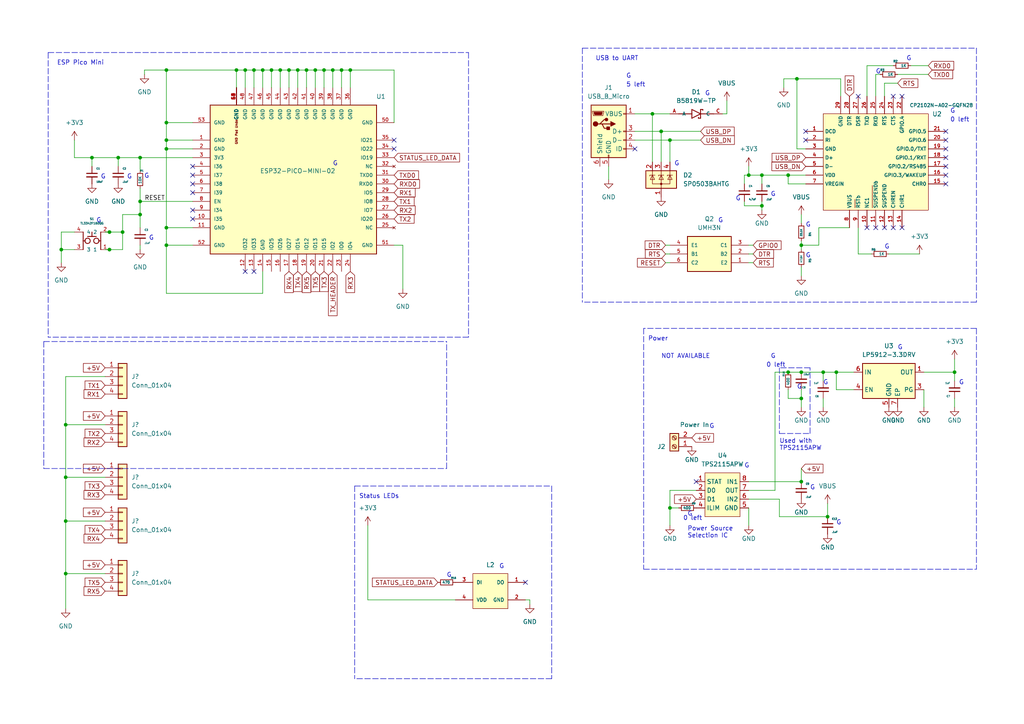
<source format=kicad_sch>
(kicad_sch (version 20211123) (generator eeschema)
  (paper "A4")
  (title_block (title "Kill Switch - Remote") (date "2023-04-12") (rev "1.1") (company "Created by: Greg Hulette") (comment 1 "- LoRa to WiFi Bridge") (comment 2 "- Buttons for Master Relay"))
  (junction (at 220.98 59.69))
  (junction (at 76.2 20.32))
  (junction (at 232.41 139.7))
  (junction (at 88.9 20.32))
  (junction (at 232.41 115.57))
  (junction (at 240.03 149.86))
  (junction (at 48.26 20.32))
  (junction (at 99.06 20.32))
  (junction (at 19.05 151.13))
  (junction (at 228.6 107.95))
  (junction (at 232.41 71.12))
  (junction (at 228.6 50.8))
  (junction (at 48.26 43.18))
  (junction (at 34.29 45.72))
  (junction (at 93.98 20.32))
  (junction (at 17.78 72.39))
  (junction (at 83.82 20.32))
  (junction (at 48.26 71.12))
  (junction (at 19.05 123.19))
  (junction (at 48.26 40.64))
  (junction (at 68.58 20.32))
  (junction (at 231.14 22.86))
  (junction (at 189.23 33.02))
  (junction (at 71.12 20.32))
  (junction (at 101.6 20.32))
  (junction (at 78.74 20.32))
  (junction (at 48.26 66.04))
  (junction (at 40.64 45.72))
  (junction (at 35.56 67.31))
  (junction (at 40.64 58.42))
  (junction (at 194.31 40.64))
  (junction (at 86.36 20.32))
  (junction (at 217.17 50.8))
  (junction (at 238.76 107.95))
  (junction (at 40.64 62.23))
  (junction (at 73.66 20.32))
  (junction (at 220.98 50.8))
  (junction (at 242.57 107.95))
  (junction (at 91.44 20.32))
  (junction (at 191.77 38.1))
  (junction (at 276.86 107.95))
  (junction (at 81.28 20.32))
  (junction (at 31.75 72.39))
  (junction (at 26.67 45.72))
  (junction (at 19.05 166.37))
  (junction (at 48.26 35.56))
  (junction (at 31.75 67.31))
  (junction (at 194.31 147.32))
  (junction (at 232.41 107.95))
  (junction (at 19.05 138.43))
  (junction (at 96.52 20.32))
  (no_connect (at 259.08 27.94))
  (no_connect (at 152.4 168.91))
  (no_connect (at 201.93 139.7))
  (no_connect (at 55.88 55.88))
  (no_connect (at 55.88 60.96))
  (no_connect (at 55.88 48.26))
  (no_connect (at 55.88 50.8))
  (no_connect (at 55.88 53.34))
  (no_connect (at 71.12 78.74))
  (no_connect (at 55.88 63.5))
  (no_connect (at 114.3 40.64))
  (no_connect (at 73.66 78.74))
  (no_connect (at 114.3 43.18))
  (no_connect (at 248.92 27.94))
  (no_connect (at 233.68 38.1))
  (no_connect (at 233.68 40.64))
  (no_connect (at 261.62 27.94))
  (no_connect (at 256.54 66.04))
  (no_connect (at 254 66.04))
  (no_connect (at 251.46 66.04))
  (no_connect (at 274.32 53.34))
  (no_connect (at 274.32 38.1))
  (no_connect (at 274.32 40.64))
  (no_connect (at 274.32 43.18))
  (no_connect (at 274.32 45.72))
  (no_connect (at 274.32 48.26))
  (no_connect (at 274.32 50.8))
  (no_connect (at 261.62 66.04))
  (no_connect (at 259.08 66.04))
  (no_connect (at 184.15 43.18))
  (polyline (pts (xy 135.89 15.24) (xy 135.89 97.79)))
  (polyline (pts (xy 102.87 140.97) (xy 160.02 140.97)))
  (polyline (pts (xy 226.06 106.68) (xy 226.06 125.73)))
  (wire (pts (xy 193.04 76.2) (xy 194.31 76.2)))
  (wire (pts (xy 228.6 115.57) (xy 232.41 115.57)))
  (wire (pts (xy 238.76 107.95) (xy 242.57 107.95)))
  (wire (pts (xy 40.64 45.72) (xy 34.29 45.72)))
  (wire (pts (xy 55.88 71.12) (xy 48.26 71.12)))
  (wire (pts (xy 215.9 58.42) (xy 215.9 59.69)))
  (wire (pts (xy 254 27.94) (xy 254 21.59)))
  (wire (pts (xy 232.41 135.89) (xy 232.41 139.7)))
  (wire (pts (xy 256.54 27.94) (xy 256.54 24.13)))
  (wire (pts (xy 224.79 107.95) (xy 228.6 107.95)))
  (wire (pts (xy 217.17 152.4) (xy 217.17 147.32)))
  (wire (pts (xy 48.26 66.04) (xy 55.88 66.04)))
  (wire (pts (xy 71.12 20.32) (xy 71.12 25.4)))
  (polyline (pts (xy 12.7 99.06) (xy 129.54 99.06)))
  (polyline (pts (xy 168.91 13.97) (xy 283.21 13.97)))
  (wire (pts (xy 220.98 53.34) (xy 220.98 50.8)))
  (wire (pts (xy 93.98 20.32) (xy 96.52 20.32)))
  (wire (pts (xy 17.78 67.31) (xy 17.78 72.39)))
  (wire (pts (xy 218.44 73.66) (xy 217.17 73.66)))
  (wire (pts (xy 40.64 58.42) (xy 40.64 62.23)))
  (wire (pts (xy 232.41 77.47) (xy 232.41 80.01)))
  (wire (pts (xy 237.49 66.04) (xy 237.49 71.12)))
  (wire (pts (xy 209.55 33.02) (xy 210.82 33.02)))
  (wire (pts (xy 48.26 71.12) (xy 48.26 66.04)))
  (wire (pts (xy 48.26 43.18) (xy 48.26 40.64)))
  (wire (pts (xy 86.36 20.32) (xy 86.36 25.4)))
  (wire (pts (xy 48.26 20.32) (xy 48.26 35.56)))
  (wire (pts (xy 240.03 146.05) (xy 240.03 149.86)))
  (wire (pts (xy 194.31 147.32) (xy 194.31 152.4)))
  (wire (pts (xy 194.31 73.66) (xy 193.04 73.66)))
  (wire (pts (xy 189.23 33.02) (xy 189.23 46.99)))
  (polyline (pts (xy 283.21 95.25) (xy 283.21 165.1)))
  (wire (pts (xy 91.44 20.32) (xy 91.44 25.4)))
  (polyline (pts (xy 12.7 135.89) (xy 129.54 135.89)))
  (wire (pts (xy 88.9 20.32) (xy 91.44 20.32)))
  (wire (pts (xy 40.64 45.72) (xy 40.64 49.53)))
  (polyline (pts (xy 283.21 87.63) (xy 168.91 87.63)))
  (wire (pts (xy 19.05 151.13) (xy 19.05 166.37)))
  (wire (pts (xy 217.17 142.24) (xy 224.79 142.24)))
  (wire (pts (xy 48.26 40.64) (xy 55.88 40.64)))
  (wire (pts (xy 35.56 62.23) (xy 35.56 67.31)))
  (polyline (pts (xy 135.89 97.79) (xy 13.97 97.79)))
  (wire (pts (xy 228.6 50.8) (xy 220.98 50.8)))
  (wire (pts (xy 21.59 40.64) (xy 21.59 45.72)))
  (wire (pts (xy 201.93 142.24) (xy 194.31 142.24)))
  (wire (pts (xy 215.9 59.69) (xy 220.98 59.69)))
  (wire (pts (xy 30.48 138.43) (xy 19.05 138.43)))
  (wire (pts (xy 30.48 72.39) (xy 31.75 72.39)))
  (wire (pts (xy 19.05 138.43) (xy 19.05 151.13)))
  (wire (pts (xy 276.86 118.11) (xy 276.86 115.57)))
  (polyline (pts (xy 186.69 95.25) (xy 186.69 165.1)))
  (wire (pts (xy 264.16 19.05) (xy 269.24 19.05)))
  (wire (pts (xy 220.98 58.42) (xy 220.98 59.69)))
  (wire (pts (xy 232.41 71.12) (xy 232.41 72.39)))
  (wire (pts (xy 55.88 45.72) (xy 40.64 45.72)))
  (wire (pts (xy 86.36 20.32) (xy 88.9 20.32)))
  (wire (pts (xy 26.67 45.72) (xy 21.59 45.72)))
  (wire (pts (xy 17.78 72.39) (xy 21.59 72.39)))
  (wire (pts (xy 73.66 20.32) (xy 76.2 20.32)))
  (wire (pts (xy 153.67 173.99) (xy 152.4 173.99)))
  (polyline (pts (xy 168.91 13.97) (xy 168.91 87.63)))
  (wire (pts (xy 83.82 20.32) (xy 86.36 20.32)))
  (wire (pts (xy 48.26 20.32) (xy 68.58 20.32)))
  (wire (pts (xy 176.53 48.26) (xy 176.53 52.07)))
  (wire (pts (xy 71.12 20.32) (xy 73.66 20.32)))
  (wire (pts (xy 40.64 71.12) (xy 40.64 72.39)))
  (wire (pts (xy 233.68 50.8) (xy 228.6 50.8)))
  (wire (pts (xy 30.48 151.13) (xy 19.05 151.13)))
  (wire (pts (xy 247.65 113.03) (xy 242.57 113.03)))
  (wire (pts (xy 220.98 59.69) (xy 220.98 60.96)))
  (wire (pts (xy 184.15 40.64) (xy 194.31 40.64)))
  (wire (pts (xy 227.33 22.86) (xy 227.33 25.4)))
  (wire (pts (xy 40.64 54.61) (xy 40.64 58.42)))
  (wire (pts (xy 81.28 20.32) (xy 83.82 20.32)))
  (wire (pts (xy 238.76 110.49) (xy 238.76 107.95)))
  (wire (pts (xy 194.31 147.32) (xy 196.85 147.32)))
  (wire (pts (xy 19.05 123.19) (xy 19.05 138.43)))
  (wire (pts (xy 237.49 71.12) (xy 232.41 71.12)))
  (wire (pts (xy 267.97 107.95) (xy 276.86 107.95)))
  (wire (pts (xy 101.6 25.4) (xy 101.6 20.32)))
  (wire (pts (xy 76.2 78.74) (xy 76.2 85.09)))
  (wire (pts (xy 194.31 40.64) (xy 194.31 46.99)))
  (wire (pts (xy 17.78 72.39) (xy 17.78 76.2)))
  (wire (pts (xy 210.82 29.21) (xy 210.82 33.02)))
  (wire (pts (xy 76.2 25.4) (xy 76.2 20.32)))
  (wire (pts (xy 30.48 123.19) (xy 19.05 123.19)))
  (wire (pts (xy 26.67 45.72) (xy 26.67 48.26)))
  (wire (pts (xy 217.17 76.2) (xy 218.44 76.2)))
  (wire (pts (xy 231.14 22.86) (xy 227.33 22.86)))
  (wire (pts (xy 96.52 20.32) (xy 96.52 25.4)))
  (wire (pts (xy 226.06 144.78) (xy 226.06 149.86)))
  (wire (pts (xy 106.68 173.99) (xy 132.08 173.99)))
  (wire (pts (xy 194.31 142.24) (xy 194.31 147.32)))
  (wire (pts (xy 30.48 166.37) (xy 19.05 166.37)))
  (wire (pts (xy 68.58 20.32) (xy 68.58 25.4)))
  (wire (pts (xy 232.41 107.95) (xy 238.76 107.95)))
  (wire (pts (xy 228.6 107.95) (xy 232.41 107.95)))
  (wire (pts (xy 41.91 20.32) (xy 48.26 20.32)))
  (polyline (pts (xy 226.06 125.73) (xy 234.95 125.73)))
  (wire (pts (xy 242.57 107.95) (xy 247.65 107.95)))
  (wire (pts (xy 233.68 53.34) (xy 228.6 53.34)))
  (wire (pts (xy 224.79 107.95) (xy 224.79 142.24)))
  (wire (pts (xy 48.26 85.09) (xy 48.26 71.12)))
  (wire (pts (xy 276.86 104.14) (xy 276.86 107.95)))
  (wire (pts (xy 34.29 45.72) (xy 34.29 48.26)))
  (polyline (pts (xy 160.02 140.97) (xy 160.02 196.85)))
  (wire (pts (xy 184.15 33.02) (xy 189.23 33.02)))
  (wire (pts (xy 232.41 139.7) (xy 217.17 139.7)))
  (wire (pts (xy 99.06 20.32) (xy 101.6 20.32)))
  (wire (pts (xy 114.3 20.32) (xy 101.6 20.32)))
  (wire (pts (xy 78.74 20.32) (xy 78.74 25.4)))
  (wire (pts (xy 35.56 62.23) (xy 40.64 62.23)))
  (polyline (pts (xy 102.87 140.97) (xy 102.87 196.85)))
  (wire (pts (xy 96.52 20.32) (xy 99.06 20.32)))
  (wire (pts (xy 226.06 149.86) (xy 240.03 149.86)))
  (wire (pts (xy 116.84 71.12) (xy 116.84 83.82)))
  (wire (pts (xy 191.77 38.1) (xy 191.77 46.99)))
  (polyline (pts (xy 129.54 135.89) (xy 129.54 99.06)))
  (wire (pts (xy 233.68 43.18) (xy 231.14 43.18)))
  (polyline (pts (xy 186.69 165.1) (xy 283.21 165.1)))
  (wire (pts (xy 153.67 175.26) (xy 153.67 173.99)))
  (wire (pts (xy 19.05 109.22) (xy 19.05 123.19)))
  (wire (pts (xy 81.28 20.32) (xy 81.28 25.4)))
  (wire (pts (xy 248.92 73.66) (xy 252.73 73.66)))
  (wire (pts (xy 35.56 67.31) (xy 35.56 72.39)))
  (wire (pts (xy 41.91 20.32) (xy 41.91 21.59)))
  (wire (pts (xy 251.46 27.94) (xy 251.46 19.05)))
  (wire (pts (xy 88.9 20.32) (xy 88.9 25.4)))
  (wire (pts (xy 232.41 62.23) (xy 232.41 64.77)))
  (wire (pts (xy 254 21.59) (xy 255.27 21.59)))
  (wire (pts (xy 232.41 113.03) (xy 232.41 115.57)))
  (wire (pts (xy 93.98 20.32) (xy 93.98 25.4)))
  (wire (pts (xy 31.75 67.31) (xy 35.56 67.31)))
  (wire (pts (xy 248.92 66.04) (xy 248.92 73.66)))
  (wire (pts (xy 217.17 48.26) (xy 217.17 50.8)))
  (wire (pts (xy 83.82 20.32) (xy 83.82 25.4)))
  (wire (pts (xy 40.64 58.42) (xy 55.88 58.42)))
  (wire (pts (xy 106.68 152.4) (xy 106.68 173.99)))
  (wire (pts (xy 30.48 67.31) (xy 31.75 67.31)))
  (wire (pts (xy 17.78 67.31) (xy 21.59 67.31)))
  (polyline (pts (xy 283.21 13.97) (xy 283.21 87.63)))
  (wire (pts (xy 243.84 27.94) (xy 243.84 22.86)))
  (wire (pts (xy 232.41 69.85) (xy 232.41 71.12)))
  (wire (pts (xy 215.9 50.8) (xy 217.17 50.8)))
  (wire (pts (xy 48.26 43.18) (xy 55.88 43.18)))
  (polyline (pts (xy 12.7 99.06) (xy 12.7 135.89)))
  (wire (pts (xy 91.44 20.32) (xy 93.98 20.32)))
  (wire (pts (xy 217.17 50.8) (xy 220.98 50.8)))
  (wire (pts (xy 73.66 20.32) (xy 73.66 25.4)))
  (wire (pts (xy 114.3 35.56) (xy 114.3 20.32)))
  (polyline (pts (xy 234.95 106.68) (xy 226.06 106.68)))
  (wire (pts (xy 257.81 73.66) (xy 266.7 73.66)))
  (wire (pts (xy 232.41 115.57) (xy 232.41 118.11)))
  (wire (pts (xy 217.17 144.78) (xy 226.06 144.78)))
  (polyline (pts (xy 283.21 95.25) (xy 186.69 95.25)))
  (wire (pts (xy 40.64 62.23) (xy 40.64 66.04)))
  (wire (pts (xy 55.88 35.56) (xy 48.26 35.56)))
  (wire (pts (xy 189.23 33.02) (xy 194.31 33.02)))
  (wire (pts (xy 184.15 38.1) (xy 191.77 38.1)))
  (wire (pts (xy 30.48 109.22) (xy 19.05 109.22)))
  (wire (pts (xy 78.74 20.32) (xy 81.28 20.32)))
  (wire (pts (xy 48.26 35.56) (xy 48.26 40.64)))
  (polyline (pts (xy 160.02 196.85) (xy 102.87 196.85)))
  (wire (pts (xy 215.9 53.34) (xy 215.9 50.8)))
  (wire (pts (xy 34.29 45.72) (xy 26.67 45.72)))
  (wire (pts (xy 260.35 21.59) (xy 269.24 21.59)))
  (wire (pts (xy 191.77 38.1) (xy 203.2 38.1)))
  (wire (pts (xy 48.26 66.04) (xy 48.26 43.18)))
  (wire (pts (xy 231.14 43.18) (xy 231.14 22.86)))
  (polyline (pts (xy 234.95 125.73) (xy 234.95 106.68)))
  (wire (pts (xy 76.2 20.32) (xy 78.74 20.32)))
  (wire (pts (xy 76.2 85.09) (xy 48.26 85.09)))
  (wire (pts (xy 276.86 110.49) (xy 276.86 107.95)))
  (wire (pts (xy 256.54 24.13) (xy 260.35 24.13)))
  (wire (pts (xy 217.17 71.12) (xy 218.44 71.12)))
  (wire (pts (xy 242.57 113.03) (xy 242.57 107.95)))
  (wire (pts (xy 193.04 71.12) (xy 194.31 71.12)))
  (polyline (pts (xy 13.97 15.24) (xy 135.89 15.24)))
  (wire (pts (xy 228.6 53.34) (xy 228.6 50.8)))
  (wire (pts (xy 237.49 66.04) (xy 246.38 66.04)))
  (wire (pts (xy 238.76 115.57) (xy 238.76 118.11)))
  (wire (pts (xy 31.75 72.39) (xy 35.56 72.39)))
  (wire (pts (xy 251.46 19.05) (xy 259.08 19.05)))
  (wire (pts (xy 68.58 20.32) (xy 71.12 20.32)))
  (wire (pts (xy 243.84 22.86) (xy 231.14 22.86)))
  (wire (pts (xy 194.31 40.64) (xy 203.2 40.64)))
  (wire (pts (xy 267.97 118.11) (xy 267.97 113.03)))
  (wire (pts (xy 99.06 20.32) (xy 99.06 25.4)))
  (wire (pts (xy 114.3 71.12) (xy 116.84 71.12)))
  (wire (pts (xy 19.05 166.37) (xy 19.05 176.53)))
  (polyline (pts (xy 13.97 15.24) (xy 13.97 97.79)))
  (wire (pts (xy 228.6 113.03) (xy 228.6 115.57)))
  (text "G" (at 215.9 135.89 0) (effects (font (size 1.27 1.27)) (justify left bottom)))
  (text "G" (at 254 21.59 0) (effects (font (size 1.27 1.27)) (justify left bottom)))
  (text "0 left" (at 275.59 35.56 0) (effects (font (size 1.27 1.27)) (justify left bottom)))
  (text "Power" (at 187.96 99.06 0) (effects (font (size 1.27 1.27)) (justify left bottom)))
  (text "G" (at 96.52 48.26 0) (effects (font (size 1.27 1.27)) (justify left bottom)))
  (text "G" (at 43.18 69.85 0) (effects (font (size 1.27 1.27)) (justify left bottom)))
  (text "G" (at 41.8215 51.8785 0) (effects (font (size 1.27 1.27)) (justify left bottom)))
  (text "G" (at 205.74 124.46 0) (effects (font (size 1.27 1.27)) (justify left bottom)))
  (text "G" (at 233.68 66.04 0) (effects (font (size 1.27 1.27)) (justify left bottom)))
  (text "G" (at 36.83 52.07 0) (effects (font (size 1.27 1.27)) (justify left bottom)))
  (text "G" (at 223.52 57.15 0) (effects (font (size 1.27 1.27)) (justify left bottom)))
  (text "G" (at 223.52 104.14 0) (effects (font (size 1.27 1.27)) (justify left bottom)))
  (text "G" (at 199.39 149.86 0) (effects (font (size 1.27 1.27)) (justify left bottom)))
  (text "G" (at 242.57 152.4 0) (effects (font (size 1.27 1.27)) (justify left bottom)))
  (text "G" (at 256.54 72.39 0) (effects (font (size 1.27 1.27)) (justify left bottom)))
  (text "ESP Pico Mini" (at 16.51 19.05 0) (effects (font (size 1.27 1.27)) (justify left bottom)))
  (text "G" (at 231.14 113.03 0) (effects (font (size 1.27 1.27)) (justify left bottom)))
  (text "G" (at 208.28 64.77 0) (effects (font (size 1.27 1.27)) (justify left bottom)))
  (text "G" (at 234.95 142.24 0) (effects (font (size 1.27 1.27)) (justify left bottom)))
  (text "NOT AVAILABLE" (at 191.77 104.14 0) (effects (font (size 1.27 1.27)) (justify left bottom)))
  (text "G" (at 262.89 17.78 0) (effects (font (size 1.27 1.27)) (justify left bottom)))
  (text "G" (at 27.94 64.77 0) (effects (font (size 1.27 1.27)) (justify left bottom)))
  (text "G" (at 181.61 22.86 0) (effects (font (size 1.27 1.27)) (justify left bottom)))
  (text "G" (at 204.47 27.94 0) (effects (font (size 1.27 1.27)) (justify left bottom)))
  (text "G" (at 213.36 58.42 0) (effects (font (size 1.27 1.27)) (justify left bottom)))
  (text "0 left" (at 198.12 151.13 0) (effects (font (size 1.27 1.27)) (justify left bottom)))
  (text "5 left" (at 181.61 25.4 0) (effects (font (size 1.27 1.27)) (justify left bottom)))
  (text "G" (at 233.68 74.93 0) (effects (font (size 1.27 1.27)) (justify left bottom)))
  (text "G" (at 29.21 52.07 0) (effects (font (size 1.27 1.27)) (justify left bottom)))
  (text "G" (at 144.78 165.1 0) (effects (font (size 1.27 1.27)) (justify left bottom)))
  (text "G" (at 238.76 111.76 0) (effects (font (size 1.27 1.27)) (justify left bottom)))
  (text "Power Source \nSelection IC" (at 199.39 156.21 0) (effects (font (size 1.27 1.27)) (justify left bottom)))
  (text "Status LEDs" (at 104.14 144.78 0) (effects (font (size 1.27 1.27)) (justify left bottom)))
  (text "Used with \nTPS2115APW" (at 226.06 130.81 0) (effects (font (size 1.27 1.27)) (justify left bottom)))
  (text "G" (at 129.54 167.64 0) (effects (font (size 1.27 1.27)) (justify left bottom)))
  (text "G" (at 195.58 48.26 0) (effects (font (size 1.27 1.27)) (justify left bottom)))
  (text "USB to UART" (at 172.72 17.78 0) (effects (font (size 1.27 1.27)) (justify left bottom)))
  (text "G" (at 278.13 111.76 0) (effects (font (size 1.27 1.27)) (justify left bottom)))
  (text "0 left" (at 222.25 106.68 0) (effects (font (size 1.27 1.27)) (justify left bottom)))
  (text "G" (at 260.35 101.6 0) (effects (font (size 1.27 1.27)) (justify left bottom)))
  (text "G" (at 275.59 33.02 0) (effects (font (size 1.27 1.27)) (justify left bottom)))
  (label "RESET" (at 41.91 58.42 0))
  (global_label "+5V" (shape input) (at 201.93 144.78 180) (property "Intersheet References" "${INTERSHEET_REFS}" (effects hide)))
  (global_label "RX5" (shape input) (at 30.48 171.45 180) (property "Intersheet References" "${INTERSHEET_REFS}" (effects hide)))
  (global_label "TXD0" (shape input) (at 114.3 50.8 0) (property "Intersheet References" "${INTERSHEET_REFS}" (effects hide)))
  (global_label "TXD0" (shape input) (at 269.24 21.59 0) (property "Intersheet References" "${INTERSHEET_REFS}" (effects hide)))
  (global_label "TX2" (shape input) (at 114.3 63.5 0) (property "Intersheet References" "${INTERSHEET_REFS}" (effects hide)))
  (global_label "+5V" (shape input) (at 232.41 135.89 0) (property "Intersheet References" "${INTERSHEET_REFS}" (effects hide)))
  (global_label "GPIO0" (shape input) (at 218.44 71.12 0) (property "Intersheet References" "${INTERSHEET_REFS}" (effects hide)))
  (global_label "TX1" (shape input) (at 30.48 111.76 180) (property "Intersheet References" "${INTERSHEET_REFS}" (effects hide)))
  (global_label "RX1" (shape input) (at 30.48 114.3 180) (property "Intersheet References" "${INTERSHEET_REFS}" (effects hide)))
  (global_label "TX2" (shape input) (at 30.48 125.73 180) (property "Intersheet References" "${INTERSHEET_REFS}" (effects hide)))
  (global_label "RX4" (shape input) (at 30.48 156.21 180) (property "Intersheet References" "${INTERSHEET_REFS}" (effects hide)))
  (global_label "+5V" (shape input) (at 30.48 120.65 180) (property "Intersheet References" "${INTERSHEET_REFS}" (effects hide)))
  (global_label "+5V" (shape input) (at 30.48 135.89 180) (property "Intersheet References" "${INTERSHEET_REFS}" (effects hide)))
  (global_label "RTS" (shape input) (at 218.44 76.2 0) (property "Intersheet References" "${INTERSHEET_REFS}" (effects hide)))
  (global_label "DTR" (shape input) (at 193.04 71.12 180) (property "Intersheet References" "${INTERSHEET_REFS}" (effects hide)))
  (global_label "USB_DP" (shape input) (at 203.2 38.1 0) (property "Intersheet References" "${INTERSHEET_REFS}" (effects hide)))
  (global_label "TX1" (shape input) (at 114.3 58.42 0) (property "Intersheet References" "${INTERSHEET_REFS}" (effects hide)))
  (global_label "USB_DN" (shape input) (at 233.68 48.26 180) (property "Intersheet References" "${INTERSHEET_REFS}" (effects hide)))
  (global_label "USB_DN" (shape input) (at 203.2 40.64 0) (property "Intersheet References" "${INTERSHEET_REFS}" (effects hide)))
  (global_label "STATUS_LED_DATA" (shape input) (at 127 168.91 180) (property "Intersheet References" "${INTERSHEET_REFS}" (effects hide)))
  (global_label "RX3" (shape input) (at 30.48 143.51 180) (property "Intersheet References" "${INTERSHEET_REFS}" (effects hide)))
  (global_label "TX3" (shape input) (at 30.48 140.97 180) (property "Intersheet References" "${INTERSHEET_REFS}" (effects hide)))
  (global_label "RTS" (shape input) (at 193.04 73.66 180) (property "Intersheet References" "${INTERSHEET_REFS}" (effects hide)))
  (global_label "RXD0" (shape input) (at 114.3 53.34 0) (property "Intersheet References" "${INTERSHEET_REFS}" (effects hide)))
  (global_label "DTR" (shape input) (at 218.44 73.66 0) (property "Intersheet References" "${INTERSHEET_REFS}" (effects hide)))
  (global_label "+5V" (shape input) (at 30.48 106.68 180) (property "Intersheet References" "${INTERSHEET_REFS}" (effects hide)))
  (global_label "TX4" (shape input) (at 86.36 78.74 270) (property "Intersheet References" "${INTERSHEET_REFS}" (effects hide)))
  (global_label "STATUS_LED_DATA" (shape input) (at 114.3 45.72 0) (property "Intersheet References" "${INTERSHEET_REFS}" (effects hide)))
  (global_label "RESET" (shape input) (at 193.04 76.2 180) (property "Intersheet References" "${INTERSHEET_REFS}" (effects hide)))
  (global_label "RXD0" (shape input) (at 269.24 19.05 0) (property "Intersheet References" "${INTERSHEET_REFS}" (effects hide)))
  (global_label "RTS" (shape input) (at 260.35 24.13 0) (property "Intersheet References" "${INTERSHEET_REFS}" (effects hide)))
  (global_label "+5V" (shape input) (at 30.48 148.59 180) (property "Intersheet References" "${INTERSHEET_REFS}" (effects hide)))
  (global_label "TX3" (shape input) (at 93.98 78.74 270) (property "Intersheet References" "${INTERSHEET_REFS}" (effects hide)))
  (global_label "RX3" (shape input) (at 101.6 78.74 270) (property "Intersheet References" "${INTERSHEET_REFS}" (effects hide)))
  (global_label "RX2" (shape input) (at 30.48 128.27 180) (property "Intersheet References" "${INTERSHEET_REFS}" (effects hide)))
  (global_label "DTR" (shape input) (at 246.38 27.94 90) (property "Intersheet References" "${INTERSHEET_REFS}" (effects hide)))
  (global_label "TX4" (shape input) (at 30.48 153.67 180) (property "Intersheet References" "${INTERSHEET_REFS}" (effects hide)))
  (global_label "USB_DP" (shape input) (at 233.68 45.72 180) (property "Intersheet References" "${INTERSHEET_REFS}" (effects hide)))
  (global_label "TX_HEADER" (shape input) (at 96.52 78.74 270) (property "Intersheet References" "${INTERSHEET_REFS}" (effects hide)))
  (global_label "RX1" (shape input) (at 114.3 55.88 0) (property "Intersheet References" "${INTERSHEET_REFS}" (effects hide)))
  (global_label "+5V" (shape input) (at 200.66 127 0) (property "Intersheet References" "${INTERSHEET_REFS}" (effects hide)))
  (global_label "+5V" (shape input) (at 30.48 163.83 180) (property "Intersheet References" "${INTERSHEET_REFS}" (effects hide)))
  (global_label "TX5" (shape input) (at 30.48 168.91 180) (property "Intersheet References" "${INTERSHEET_REFS}" (effects hide)))
  (global_label "RX5" (shape input) (at 88.9 78.74 270) (property "Intersheet References" "${INTERSHEET_REFS}" (effects hide)))
  (global_label "RX4" (shape input) (at 83.82 78.74 270) (property "Intersheet References" "${INTERSHEET_REFS}" (effects hide)))
  (global_label "RX2" (shape input) (at 114.3 60.96 0) (property "Intersheet References" "${INTERSHEET_REFS}" (effects hide)))
  (global_label "TX5" (shape input) (at 91.44 78.74 270) (property "Intersheet References" "${INTERSHEET_REFS}" (effects hide)))
  (symbol (lib_id "power:GND") (at 41.91 21.59 0) (unit 1)
    (property "Reference" "#PWR0136" (effects hide))
    (property "Value" "GND" (at 41.91 26.67 0))
  )
  (symbol (lib_id "power:GND") (at 217.17 152.4 0) (unit 1)
    (property "Reference" "#PWR0110" (effects hide))
    (property "Value" "GND" (at 217.17 156.21 0))
  )
  (symbol (lib_id "power:GND") (at 227.33 25.4 0) (unit 1)
    (property "Reference" "#PWR0108" (effects hide))
    (property "Value" "GND" (at 227.33 30.48 0))
  )
  (symbol (lib_id "Device:C_Small") (at 40.64 68.58 0) (unit 1)
    (property "Reference" "C3" (at 41.91 66.6813 0) (effects (font (size 0.5 0.5)) (justify left)))
    (property "Value" ".1uF" (at 41.91 70.4913 0) (effects (font (size 0.5 0.5)) (justify left)))
    (property "Footprint" "Capacitor_SMD:C_0402_1005Metric" (effects hide))
    (property "Datasheet" "https://www.we-online.com/katalog/datasheet/885012206020.pdf" (effects hide))
    (property "Manufacturers Name" " Samsung Electro-Mechanics" (effects hide))
    (property "Manufacturers Part Number" "CL05B104KB54PNC" (effects hide))
    (property "LCSC" "C307331" (effects hide))
  )
  (symbol (lib_id "power:GND") (at 220.98 60.96 0) (unit 1)
    (property "Reference" "#PWR0105" (effects hide))
    (property "Value" "GND" (at 220.98 64.77 0))
  )
  (symbol (lib_id "Connector_Generic:Conn_01x04") (at 35.56 123.19 0) (unit 1)
    (property "Reference" "J?" (at 38.1 123.1899 0) (effects (justify left)))
    (property "Value" "Conn_01x04" (at 38.1 125.7299 0) (effects (justify left)))
  )
  (symbol (lib_id "Device:C_Small") (at 220.98 55.88 0) (unit 1)
    (property "Reference" "C5" (at 222.25 53.9813 0) (effects (font (size 0.5 0.5)) (justify left)))
    (property "Value" ".1uF" (at 222.25 57.7913 0) (effects (font (size 0.5 0.5)) (justify left)))
    (property "Footprint" "Capacitor_SMD:C_0402_1005Metric" (effects hide))
    (property "Datasheet" "https://www.we-online.com/katalog/datasheet/885012206020.pdf" (effects hide))
    (property "Manufacturers Name" "Samsung Electro-Mechanics" (effects hide))
    (property "Manufacturers Part Number" "CL05B104KB54PNC" (effects hide))
    (property "LCSC" "C307331" (effects hide))
  )
  (symbol (lib_id "Regulator_Linear:LP5912-3.3DRV") (at 257.81 110.49 0) (unit 1)
    (property "Reference" "U3" (at 257.81 100.33 0))
    (property "Value" "LP5912-3.3DRV" (at 257.81 102.87 0))
    (property "Footprint" "Package_SON:WSON-6-1EP_2x2mm_P0.65mm_EP1x1.6mm_ThermalVias" (effects hide))
    (property "Datasheet" "http://www.ti.com/lit/ds/symlink/lp5912.pdf" (effects hide))
    (property "Manufacturers Name" "Texas Instruments" (effects hide))
    (property "Manufacturers Part Number" "LP5912Q3.3DRVTQ1" (effects hide))
    (property "LCSC" "C2876187" (effects hide))
  )
  (symbol (lib_id "Device:R_Small") (at 129.54 168.91 270) (unit 1)
    (property "Reference" "R16" (at 130.8101 167.64 90) (effects (font (size 0.5 0.5)) (justify left)))
    (property "Value" "470" (at 128.2701 168.91 90) (effects (font (size 0.75 0.75)) (justify left)))
    (property "Footprint" "Resistor_SMD:R_0402_1005Metric" (effects hide))
    (property "Datasheet" "https://www.yageo.com/upload/media/product/productsearch/datasheet/rchip/PYu-RC_Group_51_RoHS_L_12.pdf" (effects hide))
    (property "Manufacturers Name" "YAGEO" (effects hide))
    (property "Manufacturers Part Number" "RT0402BRD07470RL" (effects hide))
    (property "LCSC" "C852799" (effects hide))
  )
  (symbol (lib_id "Device:C_Small") (at 240.03 152.4 0) (unit 1)
    (property "Reference" "C12" (at 241.3 150.5013 0) (effects (font (size 0.5 0.5)) (justify left)))
    (property "Value" ".1uF" (at 241.3 154.3113 0) (effects (font (size 0.5 0.5)) (justify left)))
    (property "Footprint" "Capacitor_SMD:C_0402_1005Metric" (effects hide))
    (property "Datasheet" "https://www.we-online.com/katalog/datasheet/885012206020.pdf" (effects hide))
    (property "Manufacturers Name" "Samsung Electro-Mechanics" (effects hide))
    (property "Manufacturers Part Number" "CL05B104KB54PNC" (effects hide))
    (property "LCSC" "C307331" (effects hide))
  )
  (symbol (lib_id "power:+3.3V") (at 106.68 152.4 0) (unit 1)
    (property "Reference" "#PWR0130" (effects hide))
    (property "Value" "+3.3V" (at 106.68 147.32 0))
  )
  (symbol (lib_id "power:GND") (at 257.81 118.11 0) (unit 1)
    (property "Reference" "#PWR0121" (effects hide))
    (property "Value" "GND" (at 257.81 121.92 0))
  )
  (symbol (lib_id "power:GND") (at 153.67 175.26 0) (unit 1)
    (property "Reference" "#PWR0128" (effects hide))
    (property "Value" "GND" (at 153.67 180.34 0))
  )
  (symbol (lib_id "power:GND") (at 191.77 57.15 0) (unit 1)
    (property "Reference" "#PWR0103" (effects hide))
    (property "Value" "GND" (at 191.77 62.23 0))
  )
  (symbol (lib_id "Connector_Generic:Conn_01x04") (at 35.56 151.13 0) (unit 1)
    (property "Reference" "J?" (at 38.1 151.1299 0) (effects (justify left)))
    (property "Value" "Conn_01x04" (at 38.1 153.6699 0) (effects (justify left)))
  )
  (symbol (lib_id "Connector_Generic:Conn_01x04") (at 35.56 138.43 0) (unit 1)
    (property "Reference" "J?" (at 38.1 138.4299 0) (effects (justify left)))
    (property "Value" "Conn_01x04" (at 38.1 140.9699 0) (effects (justify left)))
  )
  (symbol (lib_id "Custom:CP2102N-A02-GQFN28") (at 254 45.72 0) (unit 1)
    (property "Reference" "U2" (at 271.78 33.0706 0))
    (property "Value" "CP2102N-A02-GQFN28" (at 273.05 30.5307 0) (effects (font (size 1.016 1.016))))
    (property "Footprint" "Package_DFN_QFN:QFN-28-1EP_5x5mm_P0.5mm_EP3.35x3.35mm" (effects hide))
    (property "Manufacturers Name" "Silicon Labs" (effects hide))
    (property "Manufacturers Part Number" "CP2102N-A02-GQFN28" (effects hide))
    (property "Digikey Part Number" "336-5889-ND" (effects hide))
    (property "Mouser Part Number" "634-CP2102NA02GQFN28 " (effects hide))
    (property "LCSC" "C1550553" (effects hide))
  )
  (symbol (lib_id "Device:R_Small") (at 232.41 74.93 0) (unit 1)
    (property "Reference" "R5" (at 234.95 76.1999 90) (effects (font (size 0.6 0.6)) (justify left)))
    (property "Value" "47.5K" (at 232.41 76.1999 90) (effects (font (size 0.5 0.5)) (justify left)))
    (property "Footprint" "Resistor_SMD:R_0402_1005Metric" (effects hide))
    (property "Datasheet" "https://www.yageo.com/upload/media/product/productsearch/datasheet/rchip/PYu-RC_Group_51_RoHS_L_12.pdf" (effects hide))
    (property "Manufacturers Name" "YAGEO" (effects hide))
    (property "Manufacturers Part Number" "RC0402FR-0747K5L" (effects hide))
    (property "Digikey Part Number" "311-47.5KLRCT-ND" (effects hide))
    (property "Mouser Part Number" "603-RC0402FR-0747K5L " (effects hide))
    (property "LCSC" "C137974" (effects hide))
  )
  (symbol (lib_id "power:VBUS") (at 240.03 146.05 0) (unit 1)
    (property "Reference" "#PWR0118" (effects hide))
    (property "Value" "VBUS" (at 240.03 140.97 0))
  )
  (symbol (lib_id "Power_Protection:SP0503BAHT") (at 191.77 52.07 0) (unit 1)
    (property "Reference" "D2" (at 198.12 50.7999 0) (effects (justify left)))
    (property "Value" "SP0503BAHTG" (at 198.12 53.3399 0) (effects (justify left)))
    (property "Footprint" "Package_TO_SOT_SMD:SOT-143" (effects hide))
    (property "Datasheet" "http://www.littelfuse.com/~/media/files/littelfuse/technical%20resources/documents/data%20sheets/sp05xxba.pdf" (effects hide))
    (property "Manufacturers Name" "Littelfuse Inc." (effects hide))
    (property "Manufacturers Part Number" "SP0503BAHTG" (effects hide))
    (property "Digikey Part Number" "F2715CT-ND" (effects hide))
    (property "Mouser Part Number" "576-SP0503BAHTG " (effects hide))
    (property "LCSC" "C7074" (effects hide))
  )
  (symbol (lib_id "Custom:TPS2115APW") (at 209.55 142.24 0) (unit 1)
    (property "Reference" "U4" (at 209.55 132.08 0))
    (property "Value" "TPS2115APW" (at 209.55 134.62 0))
    (property "Footprint" "Package_SO:TSSOP-8_4.4x3mm_P0.65mm" (effects hide))
    (property "Datasheet" "https://www.ti.com/general/docs/suppproductinfo.tsp?distId=10&gotoUrl=https%3A%2F%2Fwww.ti.com%2Flit%2Fgpn%2Ftps2114a" (effects hide))
    (property "Manufacturers Name" "Texas Instruments" (effects hide))
    (property "Manufacturers Part Number" "TPS2115APWR" (effects hide))
    (property "Digikey Part Number" "296-26918-5-ND" (effects hide))
    (property "Mouser Part Number" "595-TPS2115APW " (effects hide))
    (property "LCSC" "C70287" (effects hide))
  )
  (symbol (lib_id "power:GND") (at 232.41 80.01 0) (unit 1)
    (property "Reference" "#PWR0104" (effects hide))
    (property "Value" "GND" (at 232.41 85.09 0))
  )
  (symbol (lib_id "power:GND") (at 267.97 118.11 0) (unit 1)
    (property "Reference" "#PWR0119" (effects hide))
    (property "Value" "GND" (at 267.97 121.92 0))
  )
  (symbol (lib_id "power:GND") (at 260.35 118.11 0) (unit 1)
    (property "Reference" "#PWR0120" (effects hide))
    (property "Value" "GND" (at 260.35 121.92 0))
  )
  (symbol (lib_id "power:GND") (at 40.64 72.39 0) (unit 1)
    (property "Reference" "#PWR0138" (effects hide))
    (property "Value" "GND" (at 40.64 77.47 0))
  )
  (symbol (lib_id "Device:C_Small") (at 26.67 50.8 0) (unit 1)
    (property "Reference" "C1" (at 27.94 48.9013 0) (effects (font (size 0.5 0.5)) (justify left)))
    (property "Value" "10uF" (at 27.94 52.7113 0) (effects (font (size 0.5 0.5)) (justify left)))
    (property "Footprint" "Capacitor_SMD:C_0805_2012Metric" (effects hide))
    (property "Datasheet" "https://www.we-online.com/katalog/datasheet/885012107014.pdf" (effects hide))
    (property "Manufacturers Name" "Würth Elektronik" (effects hide))
    (property "Manufacturers Part Number" "CS2012X7R106K100NRE" (effects hide))
    (property "LCSC" "C1222438" (effects hide))
    (property "Manufacturer's Part Number" "CS2012X7R106K100NRE" (effects hide))
  )
  (symbol (lib_id "Device:C_Small") (at 232.41 142.24 0) (unit 1)
    (property "Reference" "C9" (at 233.68 140.3413 0) (effects (font (size 0.5 0.5)) (justify left)))
    (property "Value" ".1uF" (at 233.68 144.1513 0) (effects (font (size 0.5 0.5)) (justify left)))
    (property "Footprint" "Capacitor_SMD:C_0402_1005Metric" (effects hide))
    (property "Manufacturers Name" "Samsung Electro-Mechanics" (effects hide))
    (property "Manufacturers Part Number" "CL05B104KB54PNC" (effects hide))
    (property "LCSC" "C307331 " (effects hide))
  )
  (symbol (lib_id "power:GND") (at 238.76 118.11 0) (unit 1)
    (property "Reference" "#PWR0116" (effects hide))
    (property "Value" "GND" (at 238.76 121.92 0))
  )
  (symbol (lib_id "Device:C_Small") (at 276.86 113.03 180) (unit 1)
    (property "Reference" "C7" (at 275.59 114.9287 0) (effects (font (size 0.5 0.5)) (justify left)))
    (property "Value" "1uF" (at 275.59 111.1187 0) (effects (font (size 0.5 0.5)) (justify left)))
    (property "Footprint" "Capacitor_SMD:C_0603_1608Metric" (effects hide))
    (property "Manufacturers Name" "Murata Electronics" (effects hide))
    (property "Manufacturers Part Number" "GRM188B31H105KAALD" (effects hide))
    (property "LCSC" "C913562" (effects hide))
  )
  (symbol (lib_id "Device:R_Small") (at 257.81 21.59 90) (unit 1)
    (property "Reference" "R3" (at 256.5399 20.32 90) (effects (font (size 0.6 0.6)) (justify left)))
    (property "Value" "1K" (at 259.0799 21.59 90) (effects (font (size 0.75 0.75)) (justify left)))
    (property "Footprint" "Resistor_SMD:R_0402_1005Metric" (effects hide))
    (property "Datasheet" "https://www.yageo.com/upload/media/product/productsearch/datasheet/rchip/PYu-RC_Group_51_RoHS_L_12.pdf" (effects hide))
    (property "Manufacturers Name" "YAGEO" (effects hide))
    (property "Manufacturers Part Number" "RC0402JR-071KL" (effects hide))
    (property "Digikey Part Number" "311-1.0KJRCT-ND" (effects hide))
    (property "Mouser Part Number" "603-RC0402JR-071KL " (effects hide))
    (property "LCSC" "C105637" (effects hide))
  )
  (symbol (lib_id "power:GND") (at 276.86 118.11 0) (unit 1)
    (property "Reference" "#PWR0112" (effects hide))
    (property "Value" "GND" (at 276.86 121.92 0))
  )
  (symbol (lib_id "Device:C_Small") (at 238.76 113.03 180) (unit 1)
    (property "Reference" "C6" (at 237.49 114.9287 0) (effects (font (size 0.5 0.5)) (justify left)))
    (property "Value" "1uF" (at 237.49 111.1187 0) (effects (font (size 0.5 0.5)) (justify left)))
    (property "Footprint" "Capacitor_SMD:C_0603_1608Metric" (effects hide))
    (property "Manufacturers Name" "Murata Electronics" (effects hide))
    (property "Manufacturers Part Number" "GRM188B31H105KAALD" (effects hide))
    (property "LCSC" "C913562" (effects hide))
  )
  (symbol (lib_id "Device:R_Small") (at 255.27 73.66 90) (unit 1)
    (property "Reference" "R6" (at 253.9999 72.39 90) (effects (font (size 0.6 0.6)) (justify left)))
    (property "Value" "1K" (at 256.5399 73.66 90) (effects (font (size 0.75 0.75)) (justify left)))
    (property "Footprint" "Resistor_SMD:R_0402_1005Metric" (effects hide))
    (property "Datasheet" "https://www.yageo.com/upload/media/product/productsearch/datasheet/rchip/PYu-RC_Group_51_RoHS_L_12.pdf" (effects hide))
    (property "Manufacturers Name" "YAGEO" (effects hide))
    (property "Manufacturers Part Number" "RC0402JR-071KL" (effects hide))
    (property "Digikey Part Number" "311-1.0KJRCT-ND" (effects hide))
    (property "Mouser Part Number" "603-RC0402JR-071KL " (effects hide))
    (property "LCSC" "C105637" (effects hide))
  )
  (symbol (lib_id "power:VBUS") (at 232.41 62.23 0) (unit 1)
    (property "Reference" "#PWR0109" (effects hide))
    (property "Value" "VBUS" (at 232.41 57.15 0))
  )
  (symbol (lib_id "power:GND") (at 19.05 176.53 0) (unit 1)
    (property "Reference" "#PWR?" (effects hide))
    (property "Value" "GND" (at 19.05 181.61 0))
  )
  (symbol (lib_id "Connector:USB_B_Micro") (at 176.53 38.1 0) (unit 1)
    (property "Reference" "J1" (at 176.53 25.4 0))
    (property "Value" "USB_B_Micro" (at 176.53 27.94 0))
    (property "Footprint" "Connector_USB:USB_Micro-B_Amphenol_10118194_Horizontal" (effects hide))
    (property "Datasheet" "https://www.amphenol-cs.com/media/wysiwyg/files/drawing/10118194.pdf" (effects hide))
    (property "Manufacturers Name" "Amphenol ICC (FCI)" (effects hide))
    (property "Manufacturers Part Number" "10118194-0001LF" (effects hide))
    (property "Digikey Part Number" "609-4618-1-ND" (effects hide))
    (property "Mouser Part Number" "649-10118194-0001LF " (effects hide))
    (property "LCSC" "C132563" (effects hide))
  )
  (symbol (lib_id "power:GND") (at 17.78 76.2 0) (unit 1)
    (property "Reference" "#PWR0139" (effects hide))
    (property "Value" "GND" (at 17.78 81.28 0))
  )
  (symbol (lib_id "Device:R_Small") (at 199.39 147.32 270) (unit 1)
    (property "Reference" "R9" (at 200.6601 146.05 90) (effects (font (size 0.5 0.5)) (justify left)))
    (property "Value" "400" (at 198.1201 147.32 90) (effects (font (size 0.75 0.75)) (justify left)))
    (property "Footprint" "Resistor_SMD:R_0402_1005Metric" (effects hide))
    (property "Manufacturers Name" "Meritek" (effects hide))
    (property "Manufacturers Part Number" "CR204000F" (effects hide))
    (property "LCSC" "C4044825" (effects hide))
  )
  (symbol (lib_id "Device:C_Small") (at 34.29 50.8 0) (unit 1)
    (property "Reference" "C2" (at 35.56 48.9013 0) (effects (font (size 0.5 0.5)) (justify left)))
    (property "Value" ".1uF" (at 35.56 52.7113 0) (effects (font (size 0.5 0.5)) (justify left)))
    (property "Footprint" "Capacitor_SMD:C_0402_1005Metric" (effects hide))
    (property "Datasheet" "https://www.we-online.com/katalog/datasheet/885012206020.pdf" (effects hide))
    (property "Manufacturers Name" " Samsung Electro-Mechanics" (effects hide))
    (property "Manufacturers Part Number" "CL05B104KB54PNC" (effects hide))
    (property "LCSC" "C307331" (effects hide))
  )
  (symbol (lib_id "Device:R_Small") (at 228.6 110.49 0) (unit 1)
    (property "Reference" "R10" (at 227.33 109.2199 90) (effects (font (size 0.5 0.5)) (justify left)))
    (property "Value" "400" (at 228.6 111.7599 90) (effects (font (size 0.75 0.75)) (justify left)))
    (property "Footprint" "Resistor_SMD:R_0402_1005Metric" (effects hide))
    (property "Manufacturers Name" "Meritek" (effects hide))
    (property "Manufacturers Part Number" "CR204000F" (effects hide))
    (property "LCSC" "C4044825" (effects hide))
  )
  (symbol (lib_id "Device:R_Small") (at 232.41 67.31 0) (unit 1)
    (property "Reference" "R4" (at 234.95 68.5799 90) (effects (font (size 0.6 0.6)) (justify left)))
    (property "Value" "22.1K" (at 232.41 68.5799 90) (effects (font (size 0.5 0.5)) (justify left)))
    (property "Footprint" "Resistor_SMD:R_0402_1005Metric" (effects hide))
    (property "Datasheet" "https://www.yageo.com/upload/media/product/productsearch/datasheet/rchip/PYu-RC_Group_51_RoHS_L_12.pdf" (effects hide))
    (property "Manufacturers Name" "YAGEO" (effects hide))
    (property "Manufacturers Part Number" "RC0402JR-0722KL" (effects hide))
    (property "Digikey Part Number" "311-22KJRCT-ND" (effects hide))
    (property "Mouser Part Number" "603-RC0402JR-0722KL " (effects hide))
    (property "LCSC" "C137898" (effects hide))
  )
  (symbol (lib_id "Custom:UMH3N") (at 194.31 71.12 0) (unit 1)
    (property "Reference" "Q2" (at 205.74 63.5 0))
    (property "Value" "UMH3N" (at 205.74 66.04 0))
    (property "Footprint" "Custom:SOT65P230X110-6N" (effects hide))
    (property "Datasheet" "https://www.mouser.com/datasheet/2/348/umh3ntn-e-1872947.pdf" (effects hide))
    (property "MANUFACTURER_PART_NUMBER" "UMH3N" (effects hide))
    (property "MANUFACTURER_NAME" "Changjiang Electronics Tech (CJ)" (effects hide))
    (property "HEIGHT" "1.1mm" (effects hide))
    (property "DESCRIPTION" "2 NPN pre-biased (Dual) 100mA 50V SC-70-6(SOT-363) Digital Transistors RoHS" (effects hide))
    (property "Manufacturers Name" "ROHM Semiconductor" (effects hide))
    (property "Manufacturers Part Number" "UMH3NTN " (effects hide))
    (property "Digikey Part Number" "UMH3NTNCT-ND" (effects hide))
    (property "Mouser Part Number" "755-UMH3NTN " (effects hide))
    (property "LCSC" "C123008" (effects hide))
  )
  (symbol (lib_id "power:GND") (at 26.67 53.34 0) (unit 1)
    (property "Reference" "#PWR0134" (effects hide))
    (property "Value" "GND" (at 26.67 58.42 0))
  )
  (symbol (lib_id "Device:R_Small") (at 261.62 19.05 90) (unit 1)
    (property "Reference" "R2" (at 260.3499 17.78 90) (effects (font (size 0.6 0.6)) (justify left)))
    (property "Value" "1K" (at 262.8899 19.05 90) (effects (font (size 0.75 0.75)) (justify left)))
    (property "Footprint" "Resistor_SMD:R_0402_1005Metric" (effects hide))
    (property "Datasheet" "https://www.yageo.com/upload/media/product/productsearch/datasheet/rchip/PYu-RC_Group_51_RoHS_L_12.pdf" (effects hide))
    (property "Manufacturers Name" "YAGEO" (effects hide))
    (property "Manufacturers Part Number" "RC0402JR-071KL" (effects hide))
    (property "Digikey Part Number" "311-1.0KJRCT-ND" (effects hide))
    (property "Mouser Part Number" "603-RC0402JR-071KL " (effects hide))
    (property "LCSC" "C105637" (effects hide))
  )
  (symbol (lib_id "Custom:B5819W-TP") (at 201.93 33.02 0) (unit 1)
    (property "Reference" "D1" (at 201.93 26.67 0))
    (property "Value" "B5819W-TP" (at 201.93 29.21 0))
    (property "Footprint" "Custom:SOD3716X135N" (effects hide))
    (property "Datasheet" "https://www.mccsemi.com/pdf/Products/B5817W-B5819W(SOD-123).pdf" (effects hide))
    (property "MANUFACTURER" "Micro Commercial Components" (effects hide))
    (property "Manufacturers Name" "Micro Commercial Co" (effects hide))
    (property "Manufacturers Part Number" "B5819W-TP" (effects hide))
    (property "Digikey Part Number" "B5819W-TPMSCT-ND" (effects hide))
    (property "Mouser Part Number" "833-B5819W-TP " (effects hide))
    (property "LCSC" "C84354" (effects hide))
  )
  (symbol (lib_id "Connector_Generic:Conn_01x04") (at 35.56 166.37 0) (unit 1)
    (property "Reference" "J?" (at 38.1 166.3699 0) (effects (justify left)))
    (property "Value" "Conn_01x04" (at 38.1 168.9099 0) (effects (justify left)))
  )
  (symbol (lib_id "power:GND") (at 232.41 144.78 0) (unit 1)
    (property "Reference" "#PWR0114" (effects hide))
    (property "Value" "GND" (at 232.41 148.59 0))
  )
  (symbol (lib_id "power:GND") (at 116.84 83.82 0) (unit 1)
    (property "Reference" "#PWR0126" (effects hide))
    (property "Value" "GND" (at 116.84 88.9 0))
  )
  (symbol (lib_id "Custom:TL3342F160QG") (at 26.67 69.85 0) (unit 1)
    (property "Reference" "S1" (at 26.67 63.5 0) (effects (font (size 0.6 0.6))))
    (property "Value" "TL3342F160QG" (at 26.67 64.77 0) (effects (font (size 0.6 0.6))))
    (property "Footprint" "Custom:SW_TL3342F160QG" (effects hide))
    (property "Datasheet" "https://sten-eswitch-13110800-production.s3.amazonaws.com/system/asset/product_line/data_sheet/165/TL3342.pdf" (effects hide))
    (property "MANUFACTURER" "E SWITCH" (effects hide))
    (property "Manufacturers Name" "E-Switch" (effects hide))
    (property "Manufacturers Part Number" "TL3342F160QG" (effects hide))
    (property "LCSC" "C2886898" (effects hide))
  )
  (symbol (lib_id "power:VBUS") (at 210.82 29.21 0) (unit 1)
    (property "Reference" "#PWR0107" (effects hide))
    (property "Value" "VBUS" (at 210.82 24.13 0))
  )
  (symbol (lib_id "power:+3.3V") (at 21.59 40.64 0) (unit 1)
    (property "Reference" "#PWR0137" (effects hide))
    (property "Value" "+3.3V" (at 21.59 35.56 0))
  )
  (symbol (lib_id "power:GND") (at 194.31 152.4 0) (unit 1)
    (property "Reference" "#PWR0113" (effects hide))
    (property "Value" "GND" (at 194.31 156.21 0))
  )
  (symbol (lib_id "power:+3.3V") (at 276.86 104.14 0) (unit 1)
    (property "Reference" "#PWR0111" (effects hide))
    (property "Value" "+3.3V" (at 276.86 99.06 0))
  )
  (symbol (lib_id "power:GND") (at 176.53 52.07 0) (unit 1)
    (property "Reference" "#PWR0101" (effects hide))
    (property "Value" "GND" (at 176.53 57.15 0))
  )
  (symbol (lib_id "Connector:Screw_Terminal_01x02") (at 195.58 129.54 180) (unit 1)
    (property "Reference" "J2" (at 193.04 129.5401 0) (effects (justify left)))
    (property "Value" "Power In" (at 205.74 123.1901 0) (effects (justify left)))
    (property "Footprint" "TerminalBlock:TerminalBlock_bornier-2_P5.08mm" (effects hide))
    (property "Manufacturers Name" " Ningbo Kangnex Elec" (effects hide))
    (property "Manufacturers Part Number" "WJ500V-5.08-2P " (effects hide))
    (property "LCSC" "C8465" (effects hide))
  )
  (symbol (lib_id "power:GND") (at 34.29 53.34 0) (unit 1)
    (property "Reference" "#PWR0135" (effects hide))
    (property "Value" "GND" (at 34.29 58.42 0))
  )
  (symbol (lib_id "power:GND") (at 200.66 129.54 0) (unit 1)
    (property "Reference" "#PWR0144" (effects hide))
    (property "Value" "GND" (at 200.66 133.35 0))
  )
  (symbol (lib_id "power:GND") (at 232.41 118.11 0) (unit 1)
    (property "Reference" "#PWR0115" (effects hide))
    (property "Value" "GND" (at 232.41 121.92 0))
  )
  (symbol (lib_id "Connector_Generic:Conn_01x04") (at 35.56 109.22 0) (unit 1)
    (property "Reference" "J?" (at 38.1 109.2199 0) (effects (justify left)))
    (property "Value" "Conn_01x04" (at 38.1 111.7599 0) (effects (justify left)))
  )
  (symbol (lib_id "power:+3.3V") (at 266.7 73.66 0) (unit 1)
    (property "Reference" "#PWR0102" (effects hide))
    (property "Value" "+3.3V" (at 266.7 68.58 0))
  )
  (symbol (lib_id "Custom:ESP32-PICO-MINI-02") (at 86.36 50.8 0) (unit 1)
    (property "Reference" "U1" (at 110.49 27.9906 0))
    (property "Value" "ESP32-PICO-MINI-02" (at 86.36 49.5806 0))
    (property "Footprint" "Custom:MODULE_ESP32-PICO-MINI-02" (effects hide))
    (property "Datasheet" "https://www.espressif.com/sites/default/files/documentation/esp32-pico-mini-02_datasheet_en.pdf" (effects hide))
    (property "STANDARD" "Manufacturer Recommendations" (effects hide))
    (property "MAXIMUM_PACKAGE_HEIGHT" "2.55mm" (effects hide))
    (property "MANUFACTURER" "Espressif" (effects hide))
    (property "PARTREV" "v1.0" (effects hide))
    (property "Manufacturers Name" "Espressif Systems" (effects hide))
    (property "Manufacturers Part Number" "ESP32-PICO-MINI-02-N8R2" (effects hide))
    (property "Digikey Part Number" "1965-ESP32-PICO-MINI-02-N8R2CT-ND" (effects hide))
    (property "Mouser Part Number" "356-ESP32PCOMN2PH3Q0" (effects hide))
    (property "LCSC" "C2980306" (effects hide))
  )
  (symbol (lib_id "LED:WS2812B-2020") (at 142.24 171.45 0) (unit 1)
    (property "Reference" "L2" (at 142.24 163.83 0))
    (property "Value" "WS2812B-2020" (effects hide))
    (property "Footprint" "Custom:WS2812B-2020" (effects hide))
    (property "Manufacturers Name" "Worldsemi" (effects hide))
    (property "Manufacturers Part Number" "WS2812B-2020" (effects hide))
    (property "LCSC" "C965555" (effects hide))
  )
  (symbol (lib_id "Device:C_Small") (at 232.41 110.49 180) (unit 1)
    (property "Reference" "C8" (at 233.68 112.3887 0) (effects (font (size 0.5 0.5)) (justify left)))
    (property "Value" "10uF" (at 234.95 108.5787 0) (effects (font (size 0.5 0.5)) (justify left)))
    (property "Footprint" "Capacitor_SMD:C_0805_2012Metric" (effects hide))
    (property "Datasheet" "https://www.we-online.com/katalog/datasheet/885012107014.pdf" (effects hide))
    (property "Manufacturers Name" "Samwha Capacitor" (effects hide))
    (property "Manufacturers Part Number" "CS2012X7R106K100NRE" (effects hide))
    (property "LCSC" "C1222438" (effects hide))
  )
  (symbol (lib_id "power:+3.3V") (at 217.17 48.26 0) (unit 1)
    (property "Reference" "#PWR0106" (effects hide))
    (property "Value" "+3.3V" (at 217.17 43.18 0))
  )
  (symbol (lib_id "power:GND") (at 240.03 154.94 0) (unit 1)
    (property "Reference" "#PWR0117" (effects hide))
    (property "Value" "GND" (at 240.03 158.75 0))
  )
  (symbol (lib_id "Device:R_Small") (at 40.64 52.07 0) (unit 1)
    (property "Reference" "R1" (at 40.64 49.5299 0) (effects (font (size 0.5 0.5)) (justify left)))
    (property "Value" "10K" (at 40.64 53.3399 90) (effects (font (size 0.75 0.75)) (justify left)))
    (property "Footprint" "Resistor_SMD:R_0402_1005Metric" (effects hide))
    (property "Datasheet" "https://www.yageo.com/upload/media/product/productsearch/datasheet/rchip/PYu-RC_Group_51_RoHS_L_12.pdf" (effects hide))
    (property "Manufacturers Name" "YAGEO" (effects hide))
    (property "Manufacturers Part Number" "RC0402JR-0710KL" (effects hide))
    (property "Digikey Part Number" "311-10KJRCT-ND" (effects hide))
    (property "Mouser Part Number" "603-RC0402JR-0710KL " (effects hide))
    (property "LCSC" "C60489" (effects hide))
  )
  (symbol (lib_id "Device:C_Small") (at 215.9 55.88 0) (unit 1)
    (property "Reference" "C4" (at 217.17 53.9813 0) (effects (font (size 0.5 0.5)) (justify left)))
    (property "Value" "4.7uF" (at 217.17 57.7913 0) (effects (font (size 0.5 0.5)) (justify left)))
    (property "Footprint" "Capacitor_SMD:C_0805_2012Metric" (effects hide))
    (property "Datasheet" "https://www.we-online.com/katalog/datasheet/885012106005.pdf" (effects hide))
    (property "Manufacturers Name" " Murata Electronics" (effects hide))
    (property "Manufacturers Part Number" "GCM21BR71C475KA67L" (effects hide))
    (property "LCSC" "C126590" (effects hide))
  )
)
</source>
